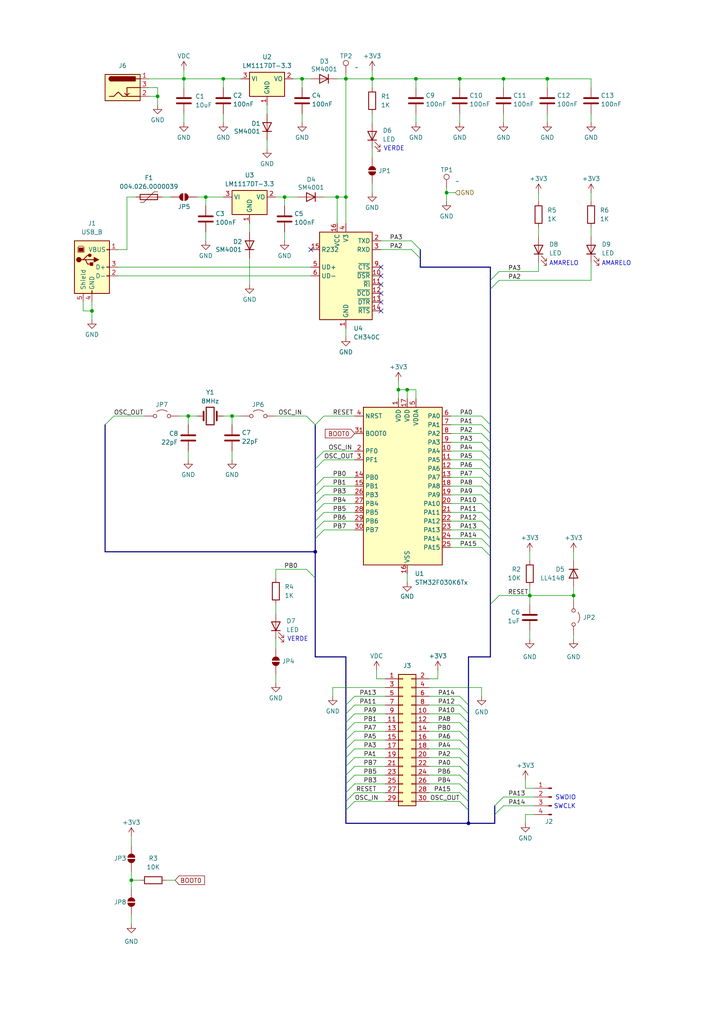
<source format=kicad_sch>
(kicad_sch (version 20231120) (generator "eeschema") (generator_version "8.0")
  (paper "A4" portrait)
  (lib_symbols
    (symbol "Connector:Barrel_Jack_Switch" (pin_names hide)
      (property "Reference" "J" (at 0 5.334 0))
      (property "Value" "Barrel_Jack_Switch" (at 0 -5.08 0))
      (symbol "Barrel_Jack_Switch_1_1"
        (pin passive line (at 7.62 2.54 180) (length 2.54) (name "~") (number "1"))
        (pin passive line (at 7.62 -2.54 180) (length 2.54) (name "~") (number "2"))
        (pin passive line (at 7.62 0 180) (length 2.54) (name "~") (number "3"))
      )
    )
    (symbol "Connector:Conn_01x04_Pin" (pin_names (offset 1.016) hide)
      (property "Reference" "J" (at 0 5.08 0))
      (property "Value" "Conn_01x04_Pin" (at 0 -7.62 0))
      (symbol "Conn_01x04_Pin_1_1"
        (pin passive line (at 5.08 2.54 180) (length 3.81) (name "Pin_1") (number "1"))
        (pin passive line (at 5.08 0 180) (length 3.81) (name "Pin_2") (number "2"))
        (pin passive line (at 5.08 -2.54 180) (length 3.81) (name "Pin_3") (number "3"))
        (pin passive line (at 5.08 -5.08 180) (length 3.81) (name "Pin_4") (number "4"))
      )
    )
    (symbol "Connector:TestPoint" (pin_numbers hide) (pin_names (offset 0.762) hide)
      (property "Reference" "TP" (at 0 6.858 0))
      (property "Value" "TestPoint" (at 0 5.08 0))
      (symbol "TestPoint_1_1"
        (pin passive line (at 0 0 90) (length 2.54) (name "1") (number "1"))
      )
    )
    (symbol "Connector:USB_B" (pin_names (offset 1.016))
      (property "Reference" "J" (at -5.08 11.43 0))
      (property "Value" "USB_B" (at -5.08 8.89 0))
      (symbol "USB_B_1_1"
        (pin power_out line (at 7.62 5.08 180) (length 2.54) (name "VBUS") (number "1"))
        (pin bidirectional line (at 7.62 -2.54 180) (length 2.54) (name "D-") (number "2"))
        (pin bidirectional line (at 7.62 0 180) (length 2.54) (name "D+") (number "3"))
        (pin power_out line (at 0 -10.16 90) (length 2.54) (name "GND") (number "4"))
        (pin passive line (at -2.54 -10.16 90) (length 2.54) (name "Shield") (number "5"))
      )
    )
    (symbol "Connector_Generic:Conn_02x15_Odd_Even" (pin_names (offset 1.016) hide)
      (property "Reference" "J" (at 1.27 20.32 0))
      (property "Value" "Conn_02x15_Odd_Even" (at 1.27 -20.32 0))
      (symbol "Conn_02x15_Odd_Even_1_1"
        (pin passive line (at -5.08 17.78 0) (length 3.81) (name "Pin_1") (number "1"))
        (pin passive line (at 7.62 7.62 180) (length 3.81) (name "Pin_10") (number "10"))
        (pin passive line (at -5.08 5.08 0) (length 3.81) (name "Pin_11") (number "11"))
        (pin passive line (at 7.62 5.08 180) (length 3.81) (name "Pin_12") (number "12"))
        (pin passive line (at -5.08 2.54 0) (length 3.81) (name "Pin_13") (number "13"))
        (pin passive line (at 7.62 2.54 180) (length 3.81) (name "Pin_14") (number "14"))
        (pin passive line (at -5.08 0 0) (length 3.81) (name "Pin_15") (number "15"))
        (pin passive line (at 7.62 0 180) (length 3.81) (name "Pin_16") (number "16"))
        (pin passive line (at -5.08 -2.54 0) (length 3.81) (name "Pin_17") (number "17"))
        (pin passive line (at 7.62 -2.54 180) (length 3.81) (name "Pin_18") (number "18"))
        (pin passive line (at -5.08 -5.08 0) (length 3.81) (name "Pin_19") (number "19"))
        (pin passive line (at 7.62 17.78 180) (length 3.81) (name "Pin_2") (number "2"))
        (pin passive line (at 7.62 -5.08 180) (length 3.81) (name "Pin_20") (number "20"))
        (pin passive line (at -5.08 -7.62 0) (length 3.81) (name "Pin_21") (number "21"))
        (pin passive line (at 7.62 -7.62 180) (length 3.81) (name "Pin_22") (number "22"))
        (pin passive line (at -5.08 -10.16 0) (length 3.81) (name "Pin_23") (number "23"))
        (pin passive line (at 7.62 -10.16 180) (length 3.81) (name "Pin_24") (number "24"))
        (pin passive line (at -5.08 -12.7 0) (length 3.81) (name "Pin_25") (number "25"))
        (pin passive line (at 7.62 -12.7 180) (length 3.81) (name "Pin_26") (number "26"))
        (pin passive line (at -5.08 -15.24 0) (length 3.81) (name "Pin_27") (number "27"))
        (pin passive line (at 7.62 -15.24 180) (length 3.81) (name "Pin_28") (number "28"))
        (pin passive line (at -5.08 -17.78 0) (length 3.81) (name "Pin_29") (number "29"))
        (pin passive line (at -5.08 15.24 0) (length 3.81) (name "Pin_3") (number "3"))
        (pin passive line (at 7.62 -17.78 180) (length 3.81) (name "Pin_30") (number "30"))
        (pin passive line (at 7.62 15.24 180) (length 3.81) (name "Pin_4") (number "4"))
        (pin passive line (at -5.08 12.7 0) (length 3.81) (name "Pin_5") (number "5"))
        (pin passive line (at 7.62 12.7 180) (length 3.81) (name "Pin_6") (number "6"))
        (pin passive line (at -5.08 10.16 0) (length 3.81) (name "Pin_7") (number "7"))
        (pin passive line (at 7.62 10.16 180) (length 3.81) (name "Pin_8") (number "8"))
        (pin passive line (at -5.08 7.62 0) (length 3.81) (name "Pin_9") (number "9"))
      )
    )
    (symbol "Device:C" (pin_numbers hide) (pin_names (offset 0.254))
      (property "Reference" "C" (at 0.635 2.54 0))
      (property "Value" "C" (at 0.635 -2.54 0))
      (symbol "C_1_1"
        (pin passive line (at 0 3.81 270) (length 2.794) (name "~") (number "1"))
        (pin passive line (at 0 -3.81 90) (length 2.794) (name "~") (number "2"))
      )
    )
    (symbol "Device:Crystal" (pin_numbers hide) (pin_names (offset 1.016) hide)
      (property "Reference" "Y" (at 0 3.81 0))
      (property "Value" "Crystal" (at 0 -3.81 0))
      (symbol "Crystal_1_1"
        (pin passive line (at -3.81 0 0) (length 1.27) (name "1") (number "1"))
        (pin passive line (at 3.81 0 180) (length 1.27) (name "2") (number "2"))
      )
    )
    (symbol "Device:LED" (pin_numbers hide) (pin_names (offset 1.016) hide)
      (property "Reference" "D" (at 0 2.54 0))
      (property "Value" "LED" (at 0 -2.54 0))
      (symbol "LED_1_1"
        (pin passive line (at -3.81 0 0) (length 2.54) (name "K") (number "1"))
        (pin passive line (at 3.81 0 180) (length 2.54) (name "A") (number "2"))
      )
    )
    (symbol "Device:Polyfuse" (pin_numbers hide) (pin_names (offset 0))
      (property "Reference" "F" (at -2.54 0 90))
      (property "Value" "Polyfuse" (at 2.54 0 90))
      (symbol "Polyfuse_1_1"
        (pin passive line (at 0 3.81 270) (length 1.27) (name "~") (number "1"))
        (pin passive line (at 0 -3.81 90) (length 1.27) (name "~") (number "2"))
      )
    )
    (symbol "Device:R" (pin_numbers hide) (pin_names (offset 0))
      (property "Reference" "R" (at 2.032 0 90))
      (property "Value" "R" (at 0 0 90))
      (symbol "R_1_1"
        (pin passive line (at 0 3.81 270) (length 1.27) (name "~") (number "1"))
        (pin passive line (at 0 -3.81 90) (length 1.27) (name "~") (number "2"))
      )
    )
    (symbol "Diode:LL4148" (pin_numbers hide) (pin_names hide)
      (property "Reference" "D" (at 0 2.54 0))
      (property "Value" "LL4148" (at 0 -2.54 0))
      (symbol "LL4148_1_1"
        (pin passive line (at -3.81 0 0) (length 2.54) (name "K") (number "1"))
        (pin passive line (at 3.81 0 180) (length 2.54) (name "A") (number "2"))
      )
    )
    (symbol "Diode:SM4001" (pin_numbers hide) (pin_names hide)
      (property "Reference" "D" (at 0 2.54 0))
      (property "Value" "SM4001" (at 0 -2.54 0))
      (symbol "SM4001_1_1"
        (pin passive line (at -3.81 0 0) (length 2.54) (name "K") (number "1"))
        (pin passive line (at 3.81 0 180) (length 2.54) (name "A") (number "2"))
      )
    )
    (symbol "Interface_USB:CH340C"
      (property "Reference" "U" (at -5.08 13.97 0))
      (property "Value" "CH340C" (at 1.27 13.97 0))
      (symbol "CH340C_1_1"
        (pin power_in line (at 0 -15.24 90) (length 2.54) (name "GND") (number "1"))
        (pin input line (at 10.16 0 180) (length 2.54) (name "~{DSR}") (number "10"))
        (pin input line (at 10.16 -2.54 180) (length 2.54) (name "~{RI}") (number "11"))
        (pin input line (at 10.16 -5.08 180) (length 2.54) (name "~{DCD}") (number "12"))
        (pin output line (at 10.16 -7.62 180) (length 2.54) (name "~{DTR}") (number "13"))
        (pin output line (at 10.16 -10.16 180) (length 2.54) (name "~{RTS}") (number "14"))
        (pin input line (at -10.16 7.62 0) (length 2.54) (name "R232") (number "15"))
        (pin power_in line (at -2.54 15.24 270) (length 2.54) (name "VCC") (number "16"))
        (pin output line (at 10.16 10.16 180) (length 2.54) (name "TXD") (number "2"))
        (pin input line (at 10.16 7.62 180) (length 2.54) (name "RXD") (number "3"))
        (pin power_out line (at 0 15.24 270) (length 2.54) (name "V3") (number "4"))
        (pin bidirectional line (at -10.16 2.54 0) (length 2.54) (name "UD+") (number "5"))
        (pin bidirectional line (at -10.16 0 0) (length 2.54) (name "UD-") (number "6"))
        (pin no_connect line (at -7.62 -5.08 0) (length 2.54) hide (name "NC") (number "7"))
        (pin no_connect line (at -7.62 -7.62 0) (length 2.54) hide (name "NC") (number "8"))
        (pin input line (at 10.16 2.54 180) (length 2.54) (name "~{CTS}") (number "9"))
      )
    )
    (symbol "Jumper:Jumper_2_Open" (pin_numbers hide) (pin_names (offset 0) hide) (exclude_from_sim yes)
      (property "Reference" "JP" (at 0 2.794 0))
      (property "Value" "Jumper_2_Open" (at 0 -2.286 0))
      (symbol "Jumper_2_Open_1_1"
        (pin passive line (at -5.08 0 0) (length 2.54) (name "A") (number "1"))
        (pin passive line (at 5.08 0 180) (length 2.54) (name "B") (number "2"))
      )
    )
    (symbol "Jumper:SolderJumper_2_Open" (pin_numbers hide) (pin_names (offset 0) hide) (exclude_from_sim yes) (in_bom no)
      (property "Reference" "JP" (at 0 2.032 0))
      (property "Value" "SolderJumper_2_Open" (at 0 -2.54 0))
      (symbol "SolderJumper_2_Open_1_1"
        (pin passive line (at -3.81 0 0) (length 2.54) (name "A") (number "1"))
        (pin passive line (at 3.81 0 180) (length 2.54) (name "B") (number "2"))
      )
    )
    (symbol "MCU_ST_STM32F0:STM32F030K6Tx"
      (property "Reference" "U" (at -10.16 24.13 0))
      (property "Value" "STM32F030K6Tx" (at 7.62 24.13 0))
      (symbol "STM32F030K6Tx_1_1"
        (pin power_in line (at 0 25.4 270) (length 2.54) (name "VDD") (number "1"))
        (pin bidirectional line (at 15.24 10.16 180) (length 2.54) (name "PA4") (number "10"))
        (pin bidirectional line (at 15.24 7.62 180) (length 2.54) (name "PA5") (number "11"))
        (pin bidirectional line (at 15.24 5.08 180) (length 2.54) (name "PA6") (number "12"))
        (pin bidirectional line (at 15.24 2.54 180) (length 2.54) (name "PA7") (number "13"))
        (pin bidirectional line (at -12.7 2.54 0) (length 2.54) (name "PB0") (number "14"))
        (pin bidirectional line (at -12.7 0 0) (length 2.54) (name "PB1") (number "15"))
        (pin power_in line (at 2.54 -25.4 90) (length 2.54) (name "VSS") (number "16"))
        (pin power_in line (at 2.54 25.4 270) (length 2.54) (name "VDD") (number "17"))
        (pin bidirectional line (at 15.24 0 180) (length 2.54) (name "PA8") (number "18"))
        (pin bidirectional line (at 15.24 -2.54 180) (length 2.54) (name "PA9") (number "19"))
        (pin bidirectional line (at -12.7 10.16 0) (length 2.54) (name "PF0") (number "2"))
        (pin bidirectional line (at 15.24 -5.08 180) (length 2.54) (name "PA10") (number "20"))
        (pin bidirectional line (at 15.24 -7.62 180) (length 2.54) (name "PA11") (number "21"))
        (pin bidirectional line (at 15.24 -10.16 180) (length 2.54) (name "PA12") (number "22"))
        (pin bidirectional line (at 15.24 -12.7 180) (length 2.54) (name "PA13") (number "23"))
        (pin bidirectional line (at 15.24 -15.24 180) (length 2.54) (name "PA14") (number "24"))
        (pin bidirectional line (at 15.24 -17.78 180) (length 2.54) (name "PA15") (number "25"))
        (pin bidirectional line (at -12.7 -2.54 0) (length 2.54) (name "PB3") (number "26"))
        (pin bidirectional line (at -12.7 -5.08 0) (length 2.54) (name "PB4") (number "27"))
        (pin bidirectional line (at -12.7 -7.62 0) (length 2.54) (name "PB5") (number "28"))
        (pin bidirectional line (at -12.7 -10.16 0) (length 2.54) (name "PB6") (number "29"))
        (pin bidirectional line (at -12.7 7.62 0) (length 2.54) (name "PF1") (number "3"))
        (pin bidirectional line (at -12.7 -12.7 0) (length 2.54) (name "PB7") (number "30"))
        (pin input line (at -12.7 15.24 0) (length 2.54) (name "BOOT0") (number "31"))
        (pin passive line (at 2.54 -25.4 90) (length 2.54) hide (name "VSS") (number "32"))
        (pin input line (at -12.7 20.32 0) (length 2.54) (name "NRST") (number "4"))
        (pin power_in line (at 5.08 25.4 270) (length 2.54) (name "VDDA") (number "5"))
        (pin bidirectional line (at 15.24 20.32 180) (length 2.54) (name "PA0") (number "6"))
        (pin bidirectional line (at 15.24 17.78 180) (length 2.54) (name "PA1") (number "7"))
        (pin bidirectional line (at 15.24 15.24 180) (length 2.54) (name "PA2") (number "8"))
        (pin bidirectional line (at 15.24 12.7 180) (length 2.54) (name "PA3") (number "9"))
      )
    )
    (symbol "Regulator_Linear:LM1117DT-3.3"
      (property "Reference" "U" (at -3.81 3.175 0))
      (property "Value" "LM1117DT-3.3" (at 0 3.175 0))
      (symbol "LM1117DT-3.3_1_1"
        (pin power_in line (at 0 -7.62 90) (length 2.54) (name "GND") (number "1"))
        (pin power_out line (at 7.62 0 180) (length 2.54) (name "VO") (number "2"))
        (pin power_in line (at -7.62 0 0) (length 2.54) (name "VI") (number "3"))
      )
    )
    (symbol "power:+3V3" (power) (pin_numbers hide) (pin_names (offset 0) hide)
      (property "Value" "+3V3" (at 0 3.556 0))
      (symbol "+3V3_1_1"
        (pin power_in line (at 0 0 90) (length 0) (name "~") (number "1"))
      )
    )
    (symbol "power:GND" (power) (pin_numbers hide) (pin_names (offset 0) hide)
      (property "Value" "GND" (at 0 -3.81 0))
      (symbol "GND_1_1"
        (pin power_in line (at 0 0 270) (length 0) (name "~") (number "1"))
      )
    )
    (symbol "power:VDC" (power) (pin_numbers hide) (pin_names (offset 0) hide)
      (property "Value" "VDC" (at 0 3.556 0))
      (symbol "VDC_1_1"
        (pin power_in line (at 0 0 90) (length 0) (name "~") (number "1"))
      )
    )
  )
  (junction (at 129.54 55.88))
  (junction (at 118.11 113.03))
  (junction (at 158.75 22.86))
  (junction (at 54.61 120.65))
  (junction (at 115.57 113.03))
  (junction (at 45.72 27.94))
  (junction (at 153.67 172.72))
  (junction (at 107.95 22.86))
  (junction (at 100.33 57.15))
  (junction (at 87.63 22.86))
  (junction (at 82.55 57.15))
  (junction (at 166.37 172.72))
  (junction (at 120.65 22.86))
  (junction (at 53.34 22.86))
  (junction (at 133.35 22.86))
  (junction (at 91.44 160.02))
  (junction (at 59.69 57.15))
  (junction (at 97.79 57.15))
  (junction (at 100.33 22.86))
  (junction (at 26.67 90.17))
  (junction (at 135.89 238.76))
  (junction (at 146.05 22.86))
  (junction (at 38.1 255.27))
  (junction (at 67.31 120.65))
  (junction (at 64.77 22.86))
  (no_connect (at 110.49 90.17))
  (no_connect (at 110.49 85.09))
  (no_connect (at 110.49 87.63))
  (no_connect (at 110.49 82.55))
  (no_connect (at 90.17 72.39))
  (no_connect (at 110.49 77.47))
  (no_connect (at 110.49 80.01))
  (bus_entry (at 91.44 148.59) (size 2.54 -2.54))
  (bus_entry (at 139.7 140.97) (size 2.54 2.54))
  (bus_entry (at 139.7 143.51) (size 2.54 2.54))
  (bus_entry (at 102.87 201.93) (size -2.54 2.54))
  (bus_entry (at 91.44 146.05) (size 2.54 -2.54))
  (bus_entry (at 100.33 227.33) (size 2.54 -2.54))
  (bus_entry (at 102.87 219.71) (size -2.54 2.54))
  (bus_entry (at 139.7 120.65) (size 2.54 2.54))
  (bus_entry (at 91.44 151.13) (size 2.54 -2.54))
  (bus_entry (at 91.44 153.67) (size 2.54 -2.54))
  (bus_entry (at 139.7 133.35) (size 2.54 2.54))
  (bus_entry (at 119.38 72.39) (size 2.54 2.54))
  (bus_entry (at 139.7 153.67) (size 2.54 2.54))
  (bus_entry (at 91.44 167.64) (size -2.54 -2.54))
  (bus_entry (at 91.44 123.19) (size -2.54 -2.54))
  (bus_entry (at 100.33 234.95) (size 2.54 -2.54))
  (bus_entry (at 133.35 222.25) (size 2.54 2.54))
  (bus_entry (at 102.87 214.63) (size -2.54 2.54))
  (bus_entry (at 139.7 135.89) (size 2.54 2.54))
  (bus_entry (at 133.35 209.55) (size 2.54 2.54))
  (bus_entry (at 102.87 217.17) (size -2.54 2.54))
  (bus_entry (at 135.89 232.41) (size -2.54 -2.54))
  (bus_entry (at 139.7 128.27) (size 2.54 2.54))
  (bus_entry (at 142.24 175.26) (size 2.54 -2.54))
  (bus_entry (at 133.35 217.17) (size 2.54 2.54))
  (bus_entry (at 91.44 156.21) (size 2.54 -2.54))
  (bus_entry (at 135.89 214.63) (size -2.54 -2.54))
  (bus_entry (at 146.05 233.68) (size -2.54 2.54))
  (bus_entry (at 135.89 227.33) (size -2.54 -2.54))
  (bus_entry (at 100.33 212.09) (size 2.54 -2.54))
  (bus_entry (at 100.33 224.79) (size 2.54 -2.54))
  (bus_entry (at 119.38 69.85) (size 2.54 2.54))
  (bus_entry (at 139.7 123.19) (size 2.54 2.54))
  (bus_entry (at 139.7 130.81) (size 2.54 2.54))
  (bus_entry (at 133.35 219.71) (size 2.54 2.54))
  (bus_entry (at 135.89 229.87) (size -2.54 -2.54))
  (bus_entry (at 102.87 229.87) (size -2.54 2.54))
  (bus_entry (at 135.89 234.95) (size -2.54 -2.54))
  (bus_entry (at 139.7 151.13) (size 2.54 2.54))
  (bus_entry (at 30.48 123.19) (size 2.54 -2.54))
  (bus_entry (at 144.78 78.74) (size -2.54 2.54))
  (bus_entry (at 91.44 123.19) (size 2.54 -2.54))
  (bus_entry (at 139.7 146.05) (size 2.54 2.54))
  (bus_entry (at 139.7 148.59) (size 2.54 2.54))
  (bus_entry (at 102.87 207.01) (size -2.54 2.54))
  (bus_entry (at 133.35 204.47) (size 2.54 2.54))
  (bus_entry (at 139.7 158.75) (size 2.54 2.54))
  (bus_entry (at 91.44 135.89) (size 2.54 -2.54))
  (bus_entry (at 144.78 81.28) (size -2.54 2.54))
  (bus_entry (at 139.7 125.73) (size 2.54 2.54))
  (bus_entry (at 100.33 229.87) (size 2.54 -2.54))
  (bus_entry (at 91.44 133.35) (size 2.54 -2.54))
  (bus_entry (at 146.05 231.14) (size -2.54 2.54))
  (bus_entry (at 139.7 138.43) (size 2.54 2.54))
  (bus_entry (at 133.35 214.63) (size 2.54 2.54))
  (bus_entry (at 102.87 204.47) (size -2.54 2.54))
  (bus_entry (at 91.44 140.97) (size 2.54 -2.54))
  (bus_entry (at 102.87 212.09) (size -2.54 2.54))
  (bus_entry (at 139.7 156.21) (size 2.54 2.54))
  (bus_entry (at 91.44 143.51) (size 2.54 -2.54))
  (bus_entry (at 133.35 201.93) (size 2.54 2.54))
  (bus_entry (at 133.35 207.01) (size 2.54 2.54))
  (wire (pts (xy 111.76 196.85) (xy 109.22 196.85)))
  (wire (pts (xy 82.55 57.15) (xy 86.36 57.15)))
  (bus (pts (xy 135.89 234.95) (xy 135.89 238.76)))
  (bus (pts (xy 100.33 232.41) (xy 100.33 234.95)))
  (bus (pts (xy 142.24 135.89) (xy 142.24 133.35)))
  (wire (pts (xy 144.78 78.74) (xy 156.21 78.74)))
  (wire (pts (xy 118.11 113.03) (xy 115.57 113.03)))
  (wire (pts (xy 102.87 222.25) (xy 111.76 222.25)))
  (wire (pts (xy 34.29 77.47) (xy 90.17 77.47)))
  (wire (pts (xy 80.01 57.15) (xy 82.55 57.15)))
  (bus (pts (xy 91.44 133.35) (xy 91.44 135.89)))
  (bus (pts (xy 142.24 83.82) (xy 142.24 123.19)))
  (wire (pts (xy 133.35 25.4) (xy 133.35 22.86)))
  (bus (pts (xy 142.24 148.59) (xy 142.24 146.05)))
  (wire (pts (xy 139.7 199.39) (xy 124.46 199.39)))
  (wire (pts (xy 77.47 40.64) (xy 77.47 43.18)))
  (wire (pts (xy 88.9 120.65) (xy 80.01 120.65)))
  (wire (pts (xy 64.77 25.4) (xy 64.77 22.86)))
  (wire (pts (xy 110.49 72.39) (xy 119.38 72.39)))
  (wire (pts (xy 118.11 113.03) (xy 120.65 113.03)))
  (wire (pts (xy 111.76 204.47) (xy 102.87 204.47)))
  (wire (pts (xy 124.46 196.85) (xy 127 196.85)))
  (wire (pts (xy 144.78 81.28) (xy 171.45 81.28)))
  (bus (pts (xy 135.89 190.5) (xy 135.89 204.47)))
  (wire (pts (xy 67.31 130.81) (xy 67.31 133.35)))
  (wire (pts (xy 130.81 138.43) (xy 139.7 138.43)))
  (wire (pts (xy 130.81 133.35) (xy 139.7 133.35)))
  (bus (pts (xy 142.24 156.21) (xy 142.24 153.67)))
  (wire (pts (xy 133.35 227.33) (xy 124.46 227.33)))
  (wire (pts (xy 43.18 25.4) (xy 45.72 25.4)))
  (wire (pts (xy 24.13 87.63) (xy 24.13 90.17)))
  (wire (pts (xy 24.13 90.17) (xy 26.67 90.17)))
  (wire (pts (xy 26.67 87.63) (xy 26.67 90.17)))
  (bus (pts (xy 121.92 72.39) (xy 121.92 74.93)))
  (bus (pts (xy 142.24 161.29) (xy 142.24 158.75)))
  (wire (pts (xy 46.99 57.15) (xy 49.53 57.15)))
  (wire (pts (xy 120.65 25.4) (xy 120.65 22.86)))
  (bus (pts (xy 135.89 238.76) (xy 143.51 238.76)))
  (wire (pts (xy 107.95 33.02) (xy 107.95 35.56)))
  (bus (pts (xy 135.89 207.01) (xy 135.89 209.55)))
  (bus (pts (xy 142.24 138.43) (xy 142.24 135.89)))
  (wire (pts (xy 34.29 80.01) (xy 90.17 80.01)))
  (wire (pts (xy 111.76 229.87) (xy 102.87 229.87)))
  (bus (pts (xy 100.33 190.5) (xy 100.33 204.47)))
  (wire (pts (xy 111.76 207.01) (xy 102.87 207.01)))
  (wire (pts (xy 107.95 22.86) (xy 107.95 20.32)))
  (wire (pts (xy 93.98 138.43) (xy 102.87 138.43)))
  (bus (pts (xy 91.44 146.05) (xy 91.44 148.59)))
  (bus (pts (xy 100.33 207.01) (xy 100.33 209.55)))
  (wire (pts (xy 166.37 172.72) (xy 166.37 173.99)))
  (wire (pts (xy 80.01 185.42) (xy 80.01 187.96)))
  (bus (pts (xy 100.33 212.09) (xy 100.33 214.63)))
  (wire (pts (xy 53.34 25.4) (xy 53.34 22.86)))
  (wire (pts (xy 107.95 22.86) (xy 100.33 22.86)))
  (bus (pts (xy 91.44 151.13) (xy 91.44 153.67)))
  (bus (pts (xy 135.89 222.25) (xy 135.89 224.79)))
  (bus (pts (xy 142.24 151.13) (xy 142.24 148.59)))
  (wire (pts (xy 82.55 59.69) (xy 82.55 57.15)))
  (wire (pts (xy 96.52 201.93) (xy 96.52 199.39)))
  (wire (pts (xy 152.4 236.22) (xy 152.4 238.76)))
  (wire (pts (xy 166.37 172.72) (xy 153.67 172.72)))
  (wire (pts (xy 100.33 21.59) (xy 100.33 22.86)))
  (wire (pts (xy 93.98 133.35) (xy 102.87 133.35)))
  (wire (pts (xy 57.15 57.15) (xy 59.69 57.15)))
  (wire (pts (xy 107.95 53.34) (xy 107.95 55.88)))
  (wire (pts (xy 171.45 66.04) (xy 171.45 68.58)))
  (wire (pts (xy 107.95 22.86) (xy 107.95 25.4)))
  (wire (pts (xy 158.75 25.4) (xy 158.75 22.86)))
  (wire (pts (xy 102.87 224.79) (xy 111.76 224.79)))
  (wire (pts (xy 100.33 22.86) (xy 100.33 57.15)))
  (bus (pts (xy 142.24 133.35) (xy 142.24 130.81)))
  (bus (pts (xy 100.33 190.5) (xy 91.44 190.5)))
  (wire (pts (xy 26.67 90.17) (xy 26.67 92.71)))
  (wire (pts (xy 96.52 199.39) (xy 111.76 199.39)))
  (wire (pts (xy 130.81 158.75) (xy 139.7 158.75)))
  (wire (pts (xy 146.05 33.02) (xy 146.05 35.56)))
  (wire (pts (xy 64.77 33.02) (xy 64.77 35.56)))
  (bus (pts (xy 100.33 227.33) (xy 100.33 229.87)))
  (wire (pts (xy 153.67 160.02) (xy 153.67 162.56)))
  (bus (pts (xy 100.33 204.47) (xy 100.33 207.01)))
  (bus (pts (xy 135.89 204.47) (xy 135.89 207.01)))
  (bus (pts (xy 100.33 229.87) (xy 100.33 232.41)))
  (bus (pts (xy 100.33 234.95) (xy 100.33 238.76)))
  (wire (pts (xy 38.1 255.27) (xy 38.1 257.81)))
  (wire (pts (xy 93.98 130.81) (xy 102.87 130.81)))
  (bus (pts (xy 143.51 236.22) (xy 143.51 238.76)))
  (bus (pts (xy 91.44 190.5) (xy 91.44 167.64)))
  (wire (pts (xy 120.65 22.86) (xy 133.35 22.86)))
  (wire (pts (xy 107.95 43.18) (xy 107.95 45.72)))
  (wire (pts (xy 36.83 72.39) (xy 36.83 57.15)))
  (wire (pts (xy 54.61 130.81) (xy 54.61 133.35)))
  (wire (pts (xy 130.81 148.59) (xy 139.7 148.59)))
  (wire (pts (xy 54.61 120.65) (xy 57.15 120.65)))
  (wire (pts (xy 118.11 166.37) (xy 118.11 168.91)))
  (wire (pts (xy 154.94 236.22) (xy 152.4 236.22)))
  (bus (pts (xy 142.24 146.05) (xy 142.24 143.51)))
  (bus (pts (xy 100.33 219.71) (xy 100.33 222.25)))
  (bus (pts (xy 135.89 217.17) (xy 135.89 219.71)))
  (wire (pts (xy 129.54 58.42) (xy 129.54 55.88)))
  (wire (pts (xy 130.81 146.05) (xy 139.7 146.05)))
  (wire (pts (xy 85.09 22.86) (xy 87.63 22.86)))
  (wire (pts (xy 158.75 22.86) (xy 171.45 22.86)))
  (wire (pts (xy 87.63 33.02) (xy 87.63 35.56)))
  (wire (pts (xy 133.35 229.87) (xy 124.46 229.87)))
  (wire (pts (xy 130.81 156.21) (xy 139.7 156.21)))
  (wire (pts (xy 146.05 25.4) (xy 146.05 22.86)))
  (bus (pts (xy 91.44 160.02) (xy 91.44 167.64)))
  (wire (pts (xy 133.35 22.86) (xy 146.05 22.86)))
  (wire (pts (xy 133.35 33.02) (xy 133.35 35.56)))
  (bus (pts (xy 100.33 222.25) (xy 100.33 224.79)))
  (wire (pts (xy 130.81 143.51) (xy 139.7 143.51)))
  (wire (pts (xy 154.94 228.6) (xy 152.4 228.6)))
  (wire (pts (xy 120.65 33.02) (xy 120.65 35.56)))
  (bus (pts (xy 91.44 148.59) (xy 91.44 151.13)))
  (wire (pts (xy 166.37 170.18) (xy 166.37 172.72)))
  (wire (pts (xy 93.98 146.05) (xy 102.87 146.05)))
  (wire (pts (xy 100.33 95.25) (xy 100.33 97.79)))
  (wire (pts (xy 156.21 66.04) (xy 156.21 68.58)))
  (wire (pts (xy 130.81 123.19) (xy 139.7 123.19)))
  (bus (pts (xy 91.44 123.19) (xy 91.44 133.35)))
  (bus (pts (xy 142.24 140.97) (xy 142.24 138.43)))
  (bus (pts (xy 142.24 81.28) (xy 142.24 77.47)))
  (wire (pts (xy 52.07 120.65) (xy 54.61 120.65)))
  (wire (pts (xy 124.46 201.93) (xy 133.35 201.93)))
  (bus (pts (xy 143.51 233.68) (xy 143.51 236.22)))
  (wire (pts (xy 130.81 151.13) (xy 139.7 151.13)))
  (wire (pts (xy 171.45 55.88) (xy 171.45 58.42)))
  (wire (pts (xy 124.46 207.01) (xy 133.35 207.01)))
  (bus (pts (xy 30.48 123.19) (xy 30.48 160.02)))
  (bus (pts (xy 91.44 140.97) (xy 91.44 143.51)))
  (wire (pts (xy 124.46 204.47) (xy 133.35 204.47)))
  (wire (pts (xy 80.01 165.1) (xy 80.01 167.64)))
  (wire (pts (xy 72.39 74.93) (xy 72.39 82.55)))
  (bus (pts (xy 142.24 128.27) (xy 142.24 125.73)))
  (bus (pts (xy 121.92 74.93) (xy 121.92 77.47)))
  (wire (pts (xy 33.02 120.65) (xy 41.91 120.65)))
  (wire (pts (xy 45.72 25.4) (xy 45.72 27.94)))
  (wire (pts (xy 130.81 128.27) (xy 139.7 128.27)))
  (wire (pts (xy 72.39 64.77) (xy 72.39 67.31)))
  (wire (pts (xy 153.67 172.72) (xy 153.67 170.18)))
  (wire (pts (xy 77.47 30.48) (xy 77.47 33.02)))
  (bus (pts (xy 30.48 160.02) (xy 91.44 160.02)))
  (wire (pts (xy 43.18 27.94) (xy 45.72 27.94)))
  (wire (pts (xy 130.81 135.89) (xy 139.7 135.89)))
  (wire (pts (xy 82.55 67.31) (xy 82.55 69.85)))
  (wire (pts (xy 144.78 172.72) (xy 153.67 172.72)))
  (wire (pts (xy 156.21 55.88) (xy 156.21 58.42)))
  (wire (pts (xy 102.87 209.55) (xy 111.76 209.55)))
  (bus (pts (xy 91.44 135.89) (xy 91.44 140.97)))
  (wire (pts (xy 97.79 57.15) (xy 100.33 57.15)))
  (bus (pts (xy 135.89 232.41) (xy 135.89 234.95)))
  (wire (pts (xy 97.79 64.77) (xy 97.79 57.15)))
  (wire (pts (xy 38.1 252.73) (xy 38.1 255.27)))
  (wire (pts (xy 115.57 113.03) (xy 115.57 115.57)))
  (wire (pts (xy 43.18 22.86) (xy 53.34 22.86)))
  (wire (pts (xy 111.76 201.93) (xy 102.87 201.93)))
  (wire (pts (xy 67.31 123.19) (xy 67.31 120.65)))
  (bus (pts (xy 135.89 209.55) (xy 135.89 212.09)))
  (wire (pts (xy 93.98 148.59) (xy 102.87 148.59)))
  (bus (pts (xy 142.24 190.5) (xy 142.24 175.26)))
  (bus (pts (xy 142.24 125.73) (xy 142.24 123.19)))
  (wire (pts (xy 133.35 232.41) (xy 124.46 232.41)))
  (wire (pts (xy 93.98 57.15) (xy 97.79 57.15)))
  (wire (pts (xy 45.72 27.94) (xy 45.72 30.48)))
  (wire (pts (xy 166.37 160.02) (xy 166.37 162.56)))
  (wire (pts (xy 88.9 165.1) (xy 80.01 165.1)))
  (wire (pts (xy 87.63 25.4) (xy 87.63 22.86)))
  (wire (pts (xy 154.94 231.14) (xy 146.05 231.14)))
  (wire (pts (xy 127 196.85) (xy 127 194.31)))
  (wire (pts (xy 93.98 153.67) (xy 102.87 153.67)))
  (bus (pts (xy 135.89 214.63) (xy 135.89 217.17)))
  (wire (pts (xy 67.31 120.65) (xy 69.85 120.65)))
  (wire (pts (xy 152.4 228.6) (xy 152.4 226.06)))
  (wire (pts (xy 120.65 113.03) (xy 120.65 115.57)))
  (wire (pts (xy 80.01 195.58) (xy 80.01 198.12)))
  (wire (pts (xy 53.34 33.02) (xy 53.34 35.56)))
  (wire (pts (xy 93.98 140.97) (xy 102.87 140.97)))
  (bus (pts (xy 142.24 161.29) (xy 142.24 175.26)))
  (wire (pts (xy 54.61 123.19) (xy 54.61 120.65)))
  (wire (pts (xy 124.46 219.71) (xy 133.35 219.71)))
  (bus (pts (xy 135.89 227.33) (xy 135.89 229.87)))
  (wire (pts (xy 36.83 57.15) (xy 39.37 57.15)))
  (wire (pts (xy 107.95 22.86) (xy 120.65 22.86)))
  (wire (pts (xy 53.34 20.32) (xy 53.34 22.86)))
  (bus (pts (xy 142.24 153.67) (xy 142.24 151.13)))
  (wire (pts (xy 153.67 182.88) (xy 153.67 185.42)))
  (bus (pts (xy 91.44 143.51) (xy 91.44 146.05)))
  (wire (pts (xy 111.76 219.71) (xy 102.87 219.71)))
  (bus (pts (xy 135.89 238.76) (xy 100.33 238.76)))
  (wire (pts (xy 59.69 67.31) (xy 59.69 69.85)))
  (bus (pts (xy 142.24 158.75) (xy 142.24 156.21)))
  (wire (pts (xy 124.46 222.25) (xy 133.35 222.25)))
  (wire (pts (xy 34.29 72.39) (xy 36.83 72.39)))
  (bus (pts (xy 91.44 156.21) (xy 91.44 160.02)))
  (wire (pts (xy 158.75 33.02) (xy 158.75 35.56)))
  (wire (pts (xy 93.98 120.65) (xy 102.87 120.65)))
  (wire (pts (xy 153.67 172.72) (xy 153.67 175.26)))
  (bus (pts (xy 142.24 77.47) (xy 121.92 77.47)))
  (bus (pts (xy 142.24 130.81) (xy 142.24 128.27)))
  (bus (pts (xy 142.24 143.51) (xy 142.24 140.97)))
  (wire (pts (xy 146.05 22.86) (xy 158.75 22.86)))
  (wire (pts (xy 80.01 175.26) (xy 80.01 177.8)))
  (bus (pts (xy 135.89 224.79) (xy 135.89 227.33)))
  (wire (pts (xy 97.79 22.86) (xy 100.33 22.86)))
  (wire (pts (xy 124.46 209.55) (xy 133.35 209.55)))
  (wire (pts (xy 100.33 57.15) (xy 100.33 64.77)))
  (wire (pts (xy 118.11 115.57) (xy 118.11 113.03)))
  (wire (pts (xy 59.69 59.69) (xy 59.69 57.15)))
  (wire (pts (xy 110.49 69.85) (xy 119.38 69.85)))
  (bus (pts (xy 135.89 190.5) (xy 142.24 190.5)))
  (wire (pts (xy 130.81 125.73) (xy 139.7 125.73)))
  (wire (pts (xy 102.87 227.33) (xy 111.76 227.33)))
  (wire (pts (xy 166.37 184.15) (xy 166.37 185.42)))
  (bus (pts (xy 100.33 224.79) (xy 100.33 227.33)))
  (wire (pts (xy 156.21 76.2) (xy 156.21 78.74)))
  (wire (pts (xy 171.45 25.4) (xy 171.45 22.86)))
  (wire (pts (xy 130.81 120.65) (xy 139.7 120.65)))
  (wire (pts (xy 139.7 201.93) (xy 139.7 199.39)))
  (bus (pts (xy 100.33 209.55) (xy 100.33 212.09)))
  (bus (pts (xy 135.89 212.09) (xy 135.89 214.63)))
  (bus (pts (xy 135.89 229.87) (xy 135.89 232.41)))
  (wire (pts (xy 130.81 153.67) (xy 139.7 153.67)))
  (wire (pts (xy 109.22 196.85) (xy 109.22 194.31)))
  (wire (pts (xy 93.98 151.13) (xy 102.87 151.13)))
  (wire (pts (xy 64.77 120.65) (xy 67.31 120.65)))
  (wire (pts (xy 111.76 214.63) (xy 102.87 214.63)))
  (wire (pts (xy 115.57 110.49) (xy 115.57 113.03)))
  (bus (pts (xy 135.89 219.71) (xy 135.89 222.25)))
  (wire (pts (xy 130.81 130.81) (xy 139.7 130.81)))
  (wire (pts (xy 111.76 212.09) (xy 102.87 212.09)))
  (wire (pts (xy 133.35 224.79) (xy 124.46 224.79)))
  (wire (pts (xy 111.76 217.17) (xy 102.87 217.17)))
  (wire (pts (xy 38.1 265.43) (xy 38.1 267.97)))
  (wire (pts (xy 111.76 232.41) (xy 102.87 232.41)))
  (wire (pts (xy 171.45 81.28) (xy 171.45 76.2)))
  (wire (pts (xy 53.34 22.86) (xy 64.77 22.86)))
  (wire (pts (xy 48.26 255.27) (xy 50.8 255.27)))
  (wire (pts (xy 129.54 55.88) (xy 129.54 54.61)))
  (wire (pts (xy 64.77 22.86) (xy 69.85 22.86)))
  (wire (pts (xy 171.45 33.02) (xy 171.45 35.56)))
  (wire (pts (xy 124.46 217.17) (xy 133.35 217.17)))
  (wire (pts (xy 133.35 212.09) (xy 124.46 212.09)))
  (wire (pts (xy 38.1 255.27) (xy 40.64 255.27)))
  (bus (pts (xy 100.33 217.17) (xy 100.33 219.71)))
  (wire (pts (xy 59.69 57.15) (xy 64.77 57.15)))
  (wire (pts (xy 130.81 140.97) (xy 139.7 140.97)))
  (wire (pts (xy 87.63 22.86) (xy 90.17 22.86)))
  (bus (pts (xy 91.44 153.67) (xy 91.44 156.21)))
  (wire (pts (xy 38.1 242.57) (xy 38.1 245.11)))
  (wire (pts (xy 129.54 55.88) (xy 132.08 55.88)))
  (bus (pts (xy 142.24 83.82) (xy 142.24 81.28)))
  (wire (pts (xy 93.98 143.51) (xy 102.87 143.51)))
  (bus (pts (xy 100.33 214.63) (xy 100.33 217.17)))
  (wire (pts (xy 154.94 233.68) (xy 146.05 233.68)))
  (wire (pts (xy 124.46 214.63) (xy 133.35 214.63)))
  (text "SWCLK" (at 163.83 233.934 0) (effects (font (size 1.27 1.27))))
  (text "AMARELO" (at 163.576 76.454 0) (effects (font (size 1.27 1.27))))
  (text "AMARELO" (at 178.816 76.454 0) (effects (font (size 1.27 1.27))))
  (text "VERDE" (at 86.36 185.42 0) (effects (font (size 1.27 1.27))))
  (text "VERDE" (at 114.3 43.18 0) (effects (font (size 1.27 1.27))))
  (text "SWDIO" (at 164.084 231.394 0) (effects (font (size 1.27 1.27))))
  (label "PA10" (at 127 207.01 0))
  (label "RESET" (at 96.52 120.65 0))
  (label "PA5" (at 109.22 214.63 180))
  (label "PA13" (at 109.22 201.93 180))
  (label "OSC_OUT" (at 33.02 120.65 0))
  (label "OSC_IN" (at 95.25 130.81 0))
  (label "PA4" (at 127 217.17 0))
  (label "PB7" (at 96.52 153.67 0))
  (label "PA15" (at 133.35 158.75 0))
  (label "PB4" (at 96.52 146.05 0))
  (label "PA6" (at 127 214.63 0))
  (label "PA3" (at 151.13 78.74 180))
  (label "PA6" (at 133.35 135.89 0))
  (label "PA7" (at 109.22 212.09 180))
  (label "PA7" (at 133.35 138.43 0))
  (label "PA15" (at 130.81 229.87 180))
  (label "PA11" (at 133.35 148.59 0))
  (label "PB6" (at 96.52 151.13 0))
  (label "OSC_IN" (at 102.87 232.41 0))
  (label "PA14" (at 133.35 156.21 0))
  (label "PA4" (at 133.35 130.81 0))
  (label "RESET" (at 109.22 229.87 180))
  (label "PA9" (at 109.22 207.01 180))
  (label "PB6" (at 130.81 224.79 180))
  (label "PA1" (at 133.35 123.19 0))
  (label "PA3" (at 133.35 128.27 0))
  (label "PB1" (at 105.41 209.55 0))
  (label "PA8" (at 127 209.55 0))
  (label "PA2" (at 133.35 125.73 0))
  (label "PA3" (at 113.03 69.85 0))
  (label "PA3" (at 109.22 217.17 180))
  (label "PA5" (at 133.35 133.35 0))
  (label "OSC_OUT" (at 133.35 232.41 180))
  (label "PA13" (at 152.4 231.14 180))
  (label "PA12" (at 127 204.47 0))
  (label "OSC_IN" (at 87.63 120.65 180))
  (label "PB5" (at 105.41 224.79 0))
  (label "PA2" (at 151.13 81.28 180))
  (label "PA0" (at 127 222.25 0))
  (label "PA8" (at 133.35 140.97 0))
  (label "PB4" (at 130.81 227.33 180))
  (label "PB7" (at 105.41 222.25 0))
  (label "PA10" (at 133.35 146.05 0))
  (label "PB3" (at 96.52 143.51 0))
  (label "PA0" (at 133.35 120.65 0))
  (label "PB0" (at 130.81 212.09 180))
  (label "PA11" (at 109.22 204.47 180))
  (label "PA14" (at 127 201.93 0))
  (label "OSC_OUT" (at 93.98 133.35 0))
  (label "RESET" (at 147.32 172.72 0))
  (label "PB0" (at 96.52 138.43 0))
  (label "PB0" (at 86.36 165.1 180))
  (label "PA9" (at 133.35 143.51 0))
  (label "PA2" (at 127 219.71 0))
  (label "PA14" (at 152.4 233.68 180))
  (label "PB5" (at 96.52 148.59 0))
  (label "PA12" (at 133.35 151.13 0))
  (label "PA13" (at 133.35 153.67 0))
  (label "PB3" (at 105.41 227.33 0))
  (label "PA2" (at 113.03 72.39 0))
  (label "PA1" (at 109.22 219.71 180))
  (label "PB1" (at 96.52 140.97 0))
  (global_label "BOOT0" (shape input) (at 102.87 125.73 180) (property "Intersheetrefs" "${INTERSHEET_REFS}" (effects (hide yes))))
  (global_label "BOOT0" (shape input) (at 50.8 255.27 0) (property "Intersheetrefs" "${INTERSHEET_REFS}" (effects (hide yes))))
  (hierarchical_label "GND" (shape input) (at 132.08 55.88 0))
  (symbol (lib_id "Jumper:SolderJumper_2_Open") (at 38.1 248.92 270) (unit 1) (exclude_from_sim yes) (in_bom no)
    (property "Reference" "JP3" (at 33.02 248.92 90) (effects (justify left)))
    (property "Value" "SolderJumper_2_Open" (effects (hide yes)))
    (property "Footprint" "Jumper:SolderJumper-2_P1.3mm_Open_Pad1.0x1.5mm" (effects (hide yes)))
    (property "Description" "Solder Jumper, 2-pole, open" (effects (hide yes)))
  )
  (symbol (lib_id "power:GND") (at 67.31 133.35 0) (unit 1)
    (property "Reference" "#PWR025" (effects (hide yes)))
    (property "Value" "GND" (at 67.31 137.668 0))
    (property "Description" "Power symbol creates a global label with name \"GND\" , ground" (effects (hide yes)))
  )
  (symbol (lib_id "Device:C") (at 171.45 29.21 0) (unit 1)
    (property "Reference" "C13" (at 174.244 27.686 0) (effects (justify left)))
    (property "Value" "100nF" (at 174.244 30.226 0) (effects (justify left)))
    (property "Footprint" "Capacitor_SMD:C_0805_2012Metric_Pad1.18x1.45mm_HandSolder" (effects (hide yes)))
    (property "Description" "Unpolarized capacitor" (effects (hide yes)))
  )
  (symbol (lib_id "power:+3V3") (at 152.4 226.06 0) (mirror y) (unit 1)
    (property "Reference" "#PWR023" (effects (hide yes)))
    (property "Value" "+3V3" (at 152.4 221.996 0))
    (property "Description" "Power symbol creates a global label with name \"+3V3\"" (effects (hide yes)))
  )
  (symbol (lib_id "power:GND") (at 133.35 35.56 0) (unit 1)
    (property "Reference" "#PWR027" (effects (hide yes)))
    (property "Value" "GND" (at 133.35 39.878 0))
    (property "Description" "Power symbol creates a global label with name \"GND\" , ground" (effects (hide yes)))
  )
  (symbol (lib_id "power:GND") (at 82.55 69.85 0) (unit 1)
    (property "Reference" "#PWR012" (effects (hide yes)))
    (property "Value" "GND" (at 82.55 74.168 0))
    (property "Description" "Power symbol creates a global label with name \"GND\" , ground" (effects (hide yes)))
  )
  (symbol (lib_id "power:GND") (at 146.05 35.56 0) (unit 1)
    (property "Reference" "#PWR028" (effects (hide yes)))
    (property "Value" "GND" (at 146.05 39.878 0))
    (property "Description" "Power symbol creates a global label with name \"GND\" , ground" (effects (hide yes)))
  )
  (symbol (lib_id "Device:R") (at 44.45 255.27 90) (unit 1)
    (property "Reference" "R3" (at 44.45 248.92 90))
    (property "Value" "10K" (at 44.45 251.46 90))
    (property "Footprint" "Resistor_SMD:R_0805_2012Metric_Pad1.20x1.40mm_HandSolder" (effects (hide yes)))
    (property "Description" "Resistor" (effects (hide yes)))
  )
  (symbol (lib_id "Jumper:SolderJumper_2_Open") (at 80.01 191.77 270) (unit 1) (exclude_from_sim yes) (in_bom no)
    (property "Reference" "JP4" (at 81.788 191.77 90) (effects (justify left)))
    (property "Value" "SolderJumper_2_Open" (effects (hide yes)))
    (property "Footprint" "Jumper:SolderJumper-2_P1.3mm_Open_Pad1.0x1.5mm" (effects (hide yes)))
    (property "Description" "Solder Jumper, 2-pole, open" (effects (hide yes)))
  )
  (symbol (lib_id "power:VDC") (at 109.22 194.31 0) (unit 1)
    (property "Reference" "#PWR036" (effects (hide yes)))
    (property "Value" "VDC" (at 109.22 190.246 0))
    (property "Description" "Power symbol creates a global label with name \"VDC\"" (effects (hide yes)))
  )
  (symbol (lib_id "power:GND") (at 139.7 201.93 0) (unit 1)
    (property "Reference" "#PWR038" (effects (hide yes)))
    (property "Value" "GND" (at 139.7 206.502 0))
    (property "Description" "Power symbol creates a global label with name \"GND\" , ground" (effects (hide yes)))
  )
  (symbol (lib_id "Diode:LL4148") (at 166.37 166.37 90) (mirror x) (unit 1)
    (property "Reference" "D5" (at 163.83 165.0999 90) (effects (justify left)))
    (property "Value" "LL4148" (at 163.83 167.6399 90) (effects (justify left)))
    (property "Footprint" "Diode_SMD:D_MiniMELF" (effects (hide yes)))
    (property "Datasheet" "http://www.vishay.com/docs/85557/ll4148.pdf" (effects (hide yes)))
    (property "Description" "100V 0.15A standard switching diode, MiniMELF" (effects (hide yes)))
    (property "Sim.Device" "D" (effects (hide yes)))
    (property "Sim.Pins" "1=K 2=A" (effects (hide yes)))
  )
  (symbol (lib_id "power:GND") (at 54.61 133.35 0) (unit 1)
    (property "Reference" "#PWR026" (effects (hide yes)))
    (property "Value" "GND" (at 54.61 137.668 0))
    (property "Description" "Power symbol creates a global label with name \"GND\" , ground" (effects (hide yes)))
  )
  (symbol (lib_id "Jumper:Jumper_2_Open") (at 166.37 179.07 270) (mirror x) (unit 1) (exclude_from_sim yes)
    (property "Reference" "JP2" (at 172.72 179.07 90) (effects (justify right)))
    (property "Value" "Jumper_2_Open" (effects (hide yes)))
    (property "Footprint" "TestPoint:TestPoint_2Pads_Pitch2.54mm_Drill0.8mm" (effects (hide yes)))
    (property "Description" "Jumper, 2-pole, open" (effects (hide yes)))
  )
  (symbol (lib_id "Device:R") (at 80.01 171.45 0) (unit 1)
    (property "Reference" "R4" (at 82.55 170.1799 0) (effects (justify left)))
    (property "Value" "1K" (at 82.55 172.7199 0) (effects (justify left)))
    (property "Footprint" "Resistor_SMD:R_0805_2012Metric_Pad1.20x1.40mm_HandSolder" (effects (hide yes)))
    (property "Description" "Resistor" (effects (hide yes)))
  )
  (symbol (lib_id "MCU_ST_STM32F0:STM32F030K6Tx") (at 115.57 140.97 0) (unit 1)
    (property "Reference" "U1" (at 120.3041 166.37 0) (effects (justify left)))
    (property "Value" "STM32F030K6Tx" (at 120.3041 168.91 0) (effects (justify left)))
    (property "Footprint" "Package_QFP:LQFP-32_7x7mm_P0.8mm" (effects (hide yes)))
    (property "Datasheet" "https://www.st.com/resource/en/datasheet/stm32f030k6.pdf" (effects (hide yes)))
    (property "Description" "STMicroelectronics Arm Cortex-M0 MCU, 32KB flash, 4KB RAM, 48 MHz, 2.4-3.6V, 25 GPIO, LQFP32" (effects (hide yes)))
  )
  (symbol (lib_id "power:VDC") (at 53.34 20.32 0) (unit 1)
    (property "Reference" "#PWR05" (effects (hide yes)))
    (property "Value" "VDC" (at 53.34 16.256 0))
    (property "Description" "Power symbol creates a global label with name \"VDC\"" (effects (hide yes)))
  )
  (symbol (lib_id "power:GND") (at 158.75 35.56 0) (unit 1)
    (property "Reference" "#PWR029" (effects (hide yes)))
    (property "Value" "GND" (at 158.75 39.878 0))
    (property "Description" "Power symbol creates a global label with name \"GND\" , ground" (effects (hide yes)))
  )
  (symbol (lib_id "Device:C") (at 120.65 29.21 0) (unit 1)
    (property "Reference" "C9" (at 123.444 27.686 0) (effects (justify left)))
    (property "Value" "100nF" (at 123.444 30.226 0) (effects (justify left)))
    (property "Footprint" "Capacitor_SMD:C_0805_2012Metric_Pad1.18x1.45mm_HandSolder" (effects (hide yes)))
    (property "Description" "Unpolarized capacitor" (effects (hide yes)))
  )
  (symbol (lib_id "Jumper:SolderJumper_2_Open") (at 53.34 57.15 0) (unit 1) (exclude_from_sim yes) (in_bom no)
    (property "Reference" "JP5" (at 51.562 59.944 0) (effects (justify left)))
    (property "Value" "SolderJumper_2_Open" (effects (hide yes)))
    (property "Footprint" "Jumper:SolderJumper-2_P1.3mm_Open_Pad1.0x1.5mm" (effects (hide yes)))
    (property "Description" "Solder Jumper, 2-pole, open" (effects (hide yes)))
  )
  (symbol (lib_id "power:GND") (at 45.72 30.48 0) (unit 1)
    (property "Reference" "#PWR032" (effects (hide yes)))
    (property "Value" "GND" (at 45.72 34.798 0))
    (property "Description" "Power symbol creates a global label with name \"GND\" , ground" (effects (hide yes)))
  )
  (symbol (lib_id "Device:C") (at 153.67 179.07 0) (mirror y) (unit 1)
    (property "Reference" "C6" (at 150.876 177.546 0) (effects (justify left)))
    (property "Value" "1uF" (at 150.876 180.086 0) (effects (justify left)))
    (property "Footprint" "Capacitor_SMD:C_0805_2012Metric_Pad1.18x1.45mm_HandSolder" (effects (hide yes)))
    (property "Description" "Unpolarized capacitor" (effects (hide yes)))
  )
  (symbol (lib_id "power:GND") (at 53.34 35.56 0) (unit 1)
    (property "Reference" "#PWR06" (effects (hide yes)))
    (property "Value" "GND" (at 53.34 39.878 0))
    (property "Description" "Power symbol creates a global label with name \"GND\" , ground" (effects (hide yes)))
  )
  (symbol (lib_id "power:+3V3") (at 156.21 55.88 0) (unit 1)
    (property "Reference" "#PWR033" (effects (hide yes)))
    (property "Value" "+3V3" (at 156.21 51.816 0))
    (property "Description" "Power symbol creates a global label with name \"+3V3\"" (effects (hide yes)))
  )
  (symbol (lib_id "power:GND") (at 26.67 92.71 0) (unit 1)
    (property "Reference" "#PWR04" (effects (hide yes)))
    (property "Value" "GND" (at 26.67 97.028 0))
    (property "Description" "Power symbol creates a global label with name \"GND\" , ground" (effects (hide yes)))
  )
  (symbol (lib_id "power:+3V3") (at 171.45 55.88 0) (unit 1)
    (property "Reference" "#PWR034" (effects (hide yes)))
    (property "Value" "+3V3" (at 171.45 51.816 0))
    (property "Description" "Power symbol creates a global label with name \"+3V3\"" (effects (hide yes)))
  )
  (symbol (lib_id "Diode:SM4001") (at 93.98 22.86 180) (unit 1)
    (property "Reference" "D3" (at 92.71 17.78 0) (effects (justify right)))
    (property "Value" "SM4001" (at 90.17 20.066 0) (effects (justify right)))
    (property "Footprint" "Diode_SMD:D_MELF" (effects (hide yes)))
    (property "Datasheet" "http://cdn-reichelt.de/documents/datenblatt/A400/SMD1N400%23DIO.pdf" (effects (hide yes)))
    (property "Description" "50V 1A General Purpose Rectifier Diode, MELF" (effects (hide yes)))
    (property "Sim.Device" "D" (effects (hide yes)))
    (property "Sim.Pins" "1=K 2=A" (effects (hide yes)))
  )
  (symbol (lib_id "Jumper:SolderJumper_2_Open") (at 38.1 261.62 270) (unit 1) (exclude_from_sim yes) (in_bom no)
    (property "Reference" "JP8" (at 33.02 261.62 90) (effects (justify left)))
    (property "Value" "SolderJumper_2_Open" (effects (hide yes)))
    (property "Footprint" "Jumper:SolderJumper-2_P1.3mm_Open_Pad1.0x1.5mm" (effects (hide yes)))
    (property "Description" "Solder Jumper, 2-pole, open" (effects (hide yes)))
  )
  (symbol (lib_id "Device:C") (at 87.63 29.21 0) (unit 1)
    (property "Reference" "C4" (at 90.424 27.686 0) (effects (justify left)))
    (property "Value" "100nF" (at 90.424 30.226 0) (effects (justify left)))
    (property "Footprint" "Capacitor_SMD:C_0805_2012Metric_Pad1.18x1.45mm_HandSolder" (effects (hide yes)))
    (property "Description" "Unpolarized capacitor" (effects (hide yes)))
  )
  (symbol (lib_id "power:+3V3") (at 153.67 160.02 0) (mirror y) (unit 1)
    (property "Reference" "#PWR03" (effects (hide yes)))
    (property "Value" "+3V3" (at 153.67 155.956 0))
    (property "Description" "Power symbol creates a global label with name \"+3V3\"" (effects (hide yes)))
  )
  (symbol (lib_id "Device:LED") (at 107.95 39.37 90) (unit 1)
    (property "Reference" "D6" (at 110.998 37.846 90) (effects (justify right)))
    (property "Value" "LED" (at 110.998 40.386 90) (effects (justify right)))
    (property "Footprint" "LED_SMD:LED_0805_2012Metric_Pad1.15x1.40mm_HandSolder" (effects (hide yes)))
    (property "Description" "Light emitting diode" (effects (hide yes)))
  )
  (symbol (lib_id "Connector:TestPoint") (at 100.33 21.59 0) (unit 1)
    (property "Reference" "TP2" (at 98.552 16.256 0) (effects (justify left)))
    (property "Value" "~" (at 102.87 19.5579 0) (effects (justify left)))
    (property "Footprint" "TestPoint:TestPoint_Pad_D1.0mm" (effects (hide yes)))
    (property "Description" "test point" (effects (hide yes)))
  )
  (symbol (lib_id "Connector:Conn_01x04_Pin") (at 160.02 231.14 0) (mirror y) (unit 1)
    (property "Reference" "J2" (at 159.258 238.252 0))
    (property "Value" "Conn_01x04_Pin" (effects (hide yes)))
    (property "Footprint" "Connector_PinHeader_2.54mm:PinHeader_1x04_P2.54mm_Vertical" (effects (hide yes)))
    (property "Description" "Generic connector, single row, 01x04, script generated" (effects (hide yes)))
  )
  (symbol (lib_id "Connector_Generic:Conn_02x15_Odd_Even") (at 116.84 214.63 0) (unit 1)
    (property "Reference" "J3" (at 118.11 193.04 0))
    (property "Value" "Conn_02x15_Odd_Even" (effects (hide yes)))
    (property "Footprint" "Connector_PinHeader_2.54mm:PinHeader_2x15_P2.54mm_Vertical" (effects (hide yes)))
    (property "Description" "Generic connector, double row, 02x15, odd/even pin numbering scheme (row 1 odd numbers, row 2 even numbers), script generated (kicad-library-utils/schlib/autogen/connector/)" (effects (hide yes)))
  )
  (symbol (lib_id "power:GND") (at 129.54 58.42 0) (unit 1)
    (property "Reference" "#PWR013" (effects (hide yes)))
    (property "Value" "GND" (at 129.54 62.738 0))
    (property "Description" "Power symbol creates a global label with name \"GND\" , ground" (effects (hide yes)))
  )
  (symbol (lib_id "Device:C") (at 146.05 29.21 0) (unit 1)
    (property "Reference" "C11" (at 148.844 27.686 0) (effects (justify left)))
    (property "Value" "100nF" (at 148.844 30.226 0) (effects (justify left)))
    (property "Footprint" "Capacitor_SMD:C_0805_2012Metric_Pad1.18x1.45mm_HandSolder" (effects (hide yes)))
    (property "Description" "Unpolarized capacitor" (effects (hide yes)))
  )
  (symbol (lib_id "Device:C") (at 59.69 63.5 0) (unit 1)
    (property "Reference" "C3" (at 62.484 61.976 0) (effects (justify left)))
    (property "Value" "100nF" (at 62.484 64.516 0) (effects (justify left)))
    (property "Footprint" "Capacitor_SMD:C_0805_2012Metric_Pad1.18x1.45mm_HandSolder" (effects (hide yes)))
    (property "Description" "Unpolarized capacitor" (effects (hide yes)))
  )
  (symbol (lib_id "Device:R") (at 171.45 62.23 0) (unit 1)
    (property "Reference" "R6" (at 173.99 60.9599 0) (effects (justify left)))
    (property "Value" "1K" (at 173.99 63.4999 0) (effects (justify left)))
    (property "Footprint" "Resistor_SMD:R_0805_2012Metric_Pad1.20x1.40mm_HandSolder" (effects (hide yes)))
    (property "Description" "Resistor" (effects (hide yes)))
  )
  (symbol (lib_id "Regulator_Linear:LM1117DT-3.3") (at 72.39 57.15 0) (unit 1)
    (property "Reference" "U3" (at 72.39 50.8 0))
    (property "Value" "LM1117DT-3.3" (at 72.39 53.34 0))
    (property "Footprint" "Package_TO_SOT_SMD:TO-252-3_TabPin2" (effects (hide yes)))
    (property "Datasheet" "http://www.ti.com/lit/ds/symlink/lm1117.pdf" (effects (hide yes)))
    (property "Description" "800mA Low-Dropout Linear Regulator, 3.3V fixed output, TO-252" (effects (hide yes)))
  )
  (symbol (lib_id "power:+3V3") (at 127 194.31 0) (unit 1)
    (property "Reference" "#PWR037" (effects (hide yes)))
    (property "Value" "+3V3" (at 127 190.246 0))
    (property "Description" "Power symbol creates a global label with name \"+3V3\"" (effects (hide yes)))
  )
  (symbol (lib_id "Device:LED") (at 171.45 72.39 90) (unit 1)
    (property "Reference" "D9" (at 174.498 70.866 90) (effects (justify right)))
    (property "Value" "LED" (at 174.498 73.406 90) (effects (justify right)))
    (property "Footprint" "LED_SMD:LED_0805_2012Metric_Pad1.15x1.40mm_HandSolder" (effects (hide yes)))
    (property "Description" "Light emitting diode" (effects (hide yes)))
  )
  (symbol (lib_id "power:GND") (at 152.4 238.76 0) (mirror y) (unit 1)
    (property "Reference" "#PWR022" (effects (hide yes)))
    (property "Value" "GND" (at 152.4 243.078 0))
    (property "Description" "Power symbol creates a global label with name \"GND\" , ground" (effects (hide yes)))
  )
  (symbol (lib_id "power:GND") (at 77.47 43.18 0) (unit 1)
    (property "Reference" "#PWR09" (effects (hide yes)))
    (property "Value" "GND" (at 77.47 47.498 0))
    (property "Description" "Power symbol creates a global label with name \"GND\" , ground" (effects (hide yes)))
  )
  (symbol (lib_id "Regulator_Linear:LM1117DT-3.3") (at 77.47 22.86 0) (unit 1)
    (property "Reference" "U2" (at 77.47 16.51 0))
    (property "Value" "LM1117DT-3.3" (at 77.47 19.05 0))
    (property "Footprint" "Package_TO_SOT_SMD:TO-252-3_TabPin2" (effects (hide yes)))
    (property "Datasheet" "http://www.ti.com/lit/ds/symlink/lm1117.pdf" (effects (hide yes)))
    (property "Description" "800mA Low-Dropout Linear Regulator, 3.3V fixed output, TO-252" (effects (hide yes)))
  )
  (symbol (lib_id "Device:C") (at 53.34 29.21 0) (unit 1)
    (property "Reference" "C1" (at 56.642 27.94 0) (effects (justify left)))
    (property "Value" "10uF" (at 56.642 30.48 0) (effects (justify left)))
    (property "Footprint" "Capacitor_SMD:C_1210_3225Metric_Pad1.33x2.70mm_HandSolder" (effects (hide yes)))
    (property "Description" "Unpolarized capacitor" (effects (hide yes)))
  )
  (symbol (lib_id "power:GND") (at 100.33 97.79 0) (unit 1)
    (property "Reference" "#PWR014" (effects (hide yes)))
    (property "Value" "GND" (at 100.33 102.108 0))
    (property "Description" "Power symbol creates a global label with name \"GND\" , ground" (effects (hide yes)))
  )
  (symbol (lib_id "power:GND") (at 118.11 168.91 0) (unit 1)
    (property "Reference" "#PWR021" (effects (hide yes)))
    (property "Value" "GND" (at 118.11 172.974 0))
    (property "Description" "Power symbol creates a global label with name \"GND\" , ground" (effects (hide yes)))
  )
  (symbol (lib_id "Connector:TestPoint") (at 129.54 54.61 0) (unit 1)
    (property "Reference" "TP1" (at 127.762 49.276 0) (effects (justify left)))
    (property "Value" "~" (at 132.08 52.5779 0) (effects (justify left)))
    (property "Footprint" "TestPoint:TestPoint_Pad_D1.0mm" (effects (hide yes)))
    (property "Description" "test point" (effects (hide yes)))
  )
  (symbol (lib_id "Device:C") (at 133.35 29.21 0) (unit 1)
    (property "Reference" "C10" (at 136.144 27.686 0) (effects (justify left)))
    (property "Value" "100nF" (at 136.144 30.226 0) (effects (justify left)))
    (property "Footprint" "Capacitor_SMD:C_0805_2012Metric_Pad1.18x1.45mm_HandSolder" (effects (hide yes)))
    (property "Description" "Unpolarized capacitor" (effects (hide yes)))
  )
  (symbol (lib_id "Diode:SM4001") (at 72.39 71.12 90) (unit 1)
    (property "Reference" "D2" (at 67.564 70.104 90) (effects (justify right)))
    (property "Value" "SM4001" (at 62.484 72.39 90) (effects (justify right)))
    (property "Footprint" "Diode_SMD:D_MELF" (effects (hide yes)))
    (property "Datasheet" "http://cdn-reichelt.de/documents/datenblatt/A400/SMD1N400%23DIO.pdf" (effects (hide yes)))
    (property "Description" "50V 1A General Purpose Rectifier Diode, MELF" (effects (hide yes)))
    (property "Sim.Device" "D" (effects (hide yes)))
    (property "Sim.Pins" "1=K 2=A" (effects (hide yes)))
  )
  (symbol (lib_id "power:GND") (at 72.39 82.55 0) (unit 1)
    (property "Reference" "#PWR010" (effects (hide yes)))
    (property "Value" "GND" (at 72.39 86.868 0))
    (property "Description" "Power symbol creates a global label with name \"GND\" , ground" (effects (hide yes)))
  )
  (symbol (lib_id "power:+3V3") (at 38.1 242.57 0) (unit 1)
    (property "Reference" "#PWR018" (effects (hide yes)))
    (property "Value" "+3V3" (at 38.1 238.506 0))
    (property "Description" "Power symbol creates a global label with name \"+3V3\"" (effects (hide yes)))
  )
  (symbol (lib_id "power:GND") (at 120.65 35.56 0) (unit 1)
    (property "Reference" "#PWR024" (effects (hide yes)))
    (property "Value" "GND" (at 120.65 39.878 0))
    (property "Description" "Power symbol creates a global label with name \"GND\" , ground" (effects (hide yes)))
  )
  (symbol (lib_id "power:GND") (at 38.1 267.97 0) (unit 1)
    (property "Reference" "#PWR019" (effects (hide yes)))
    (property "Value" "GND" (at 38.1 273.05 0))
    (property "Description" "Power symbol creates a global label with name \"GND\" , ground" (effects (hide yes)))
  )
  (symbol (lib_id "Device:LED") (at 80.01 181.61 90) (unit 1)
    (property "Reference" "D7" (at 83.058 180.086 90) (effects (justify right)))
    (property "Value" "LED" (at 83.058 182.626 90) (effects (justify right)))
    (property "Footprint" "LED_SMD:LED_0805_2012Metric_Pad1.15x1.40mm_HandSolder" (effects (hide yes)))
    (property "Description" "Light emitting diode" (effects (hide yes)))
  )
  (symbol (lib_id "Device:R") (at 156.21 62.23 0) (unit 1)
    (property "Reference" "R5" (at 158.75 60.9599 0) (effects (justify left)))
    (property "Value" "1K" (at 158.75 63.4999 0) (effects (justify left)))
    (property "Footprint" "Resistor_SMD:R_0805_2012Metric_Pad1.20x1.40mm_HandSolder" (effects (hide yes)))
    (property "Description" "Resistor" (effects (hide yes)))
  )
  (symbol (lib_id "Connector:Barrel_Jack_Switch") (at 35.56 25.4 0) (unit 1)
    (property "Reference" "J6" (at 35.56 19.05 0))
    (property "Value" "Barrel_Jack_Switch" (effects (hide yes)))
    (property "Footprint" "Connector_BarrelJack:BarrelJack_Horizontal" (effects (hide yes)))
    (property "Description" "DC Barrel Jack with an internal switch" (effects (hide yes)))
  )
  (symbol (lib_id "power:GND") (at 80.01 198.12 0) (unit 1)
    (property "Reference" "#PWR031" (effects (hide yes)))
    (property "Value" "GND" (at 80.01 202.438 0))
    (property "Description" "Power symbol creates a global label with name \"GND\" , ground" (effects (hide yes)))
  )
  (symbol (lib_id "power:+3V3") (at 107.95 20.32 0) (unit 1)
    (property "Reference" "#PWR015" (effects (hide yes)))
    (property "Value" "+3V3" (at 107.95 16.256 0))
    (property "Description" "Power symbol creates a global label with name \"+3V3\"" (effects (hide yes)))
  )
  (symbol (lib_id "Device:C") (at 54.61 127 0) (unit 1)
    (property "Reference" "C8" (at 49.022 125.73 0) (effects (justify left)))
    (property "Value" "22pF" (at 46.736 128.27 0) (effects (justify left)))
    (property "Footprint" "Capacitor_SMD:C_0805_2012Metric_Pad1.18x1.45mm_HandSolder" (effects (hide yes)))
    (property "Description" "Unpolarized capacitor" (effects (hide yes)))
  )
  (symbol (lib_id "Device:R") (at 153.67 166.37 0) (mirror y) (unit 1)
    (property "Reference" "R2" (at 151.13 165.0999 0) (effects (justify left)))
    (property "Value" "10K" (at 151.13 167.6399 0) (effects (justify left)))
    (property "Footprint" "Resistor_SMD:R_0805_2012Metric_Pad1.20x1.40mm_HandSolder" (effects (hide yes)))
    (property "Description" "Resistor" (effects (hide yes)))
  )
  (symbol (lib_id "Interface_USB:CH340C") (at 100.33 80.01 0) (unit 1)
    (property "Reference" "U4" (at 102.5241 95.25 0) (effects (justify left)))
    (property "Value" "CH340C" (at 102.5241 97.79 0) (effects (justify left)))
    (property "Footprint" "Package_SO:SOIC-16_3.9x9.9mm_P1.27mm" (effects (hide yes)))
    (property "Datasheet" "https://datasheet.lcsc.com/szlcsc/Jiangsu-Qin-Heng-CH340C_C84681.pdf" (effects (hide yes)))
    (property "Description" "USB serial converter, crystal-less, UART, SOIC-16" (effects (hide yes)))
  )
  (symbol (lib_id "Connector:USB_B") (at 26.67 77.47 0) (unit 1)
    (property "Reference" "J1" (at 26.67 64.77 0))
    (property "Value" "USB_B" (at 26.67 67.31 0))
    (property "Footprint" "Connector_USB:USB_B_Lumberg_2411_02_Horizontal" (effects (hide yes)))
    (property "Description" "USB Type B connector" (effects (hide yes)))
  )
  (symbol (lib_id "power:GND") (at 87.63 35.56 0) (unit 1)
    (property "Reference" "#PWR011" (effects (hide yes)))
    (property "Value" "GND" (at 87.63 39.878 0))
    (property "Description" "Power symbol creates a global label with name \"GND\" , ground" (effects (hide yes)))
  )
  (symbol (lib_id "power:GND") (at 166.37 185.42 0) (mirror y) (unit 1)
    (property "Reference" "#PWR02" (effects (hide yes)))
    (property "Value" "GND" (at 166.37 190.5 0))
    (property "Description" "Power symbol creates a global label with name \"GND\" , ground" (effects (hide yes)))
  )
  (symbol (lib_id "power:GND") (at 153.67 185.42 0) (mirror y) (unit 1)
    (property "Reference" "#PWR017" (effects (hide yes)))
    (property "Value" "GND" (at 153.67 190.5 0))
    (property "Description" "Power symbol creates a global label with name \"GND\" , ground" (effects (hide yes)))
  )
  (symbol (lib_id "Diode:SM4001") (at 77.47 36.83 90) (unit 1)
    (property "Reference" "D1" (at 72.898 35.814 90) (effects (justify right)))
    (property "Value" "SM4001" (at 67.818 38.1 90) (effects (justify right)))
    (property "Footprint" "Diode_SMD:D_MELF" (effects (hide yes)))
    (property "Datasheet" "http://cdn-reichelt.de/documents/datenblatt/A400/SMD1N400%23DIO.pdf" (effects (hide yes)))
    (property "Description" "50V 1A General Purpose Rectifier Diode, MELF" (effects (hide yes)))
    (property "Sim.Device" "D" (effects (hide yes)))
    (property "Sim.Pins" "1=K 2=A" (effects (hide yes)))
  )
  (symbol (lib_id "Diode:SM4001") (at 90.17 57.15 180) (unit 1)
    (property "Reference" "D4" (at 88.9 52.07 0) (effects (justify right)))
    (property "Value" "SM4001" (at 86.36 54.356 0) (effects (justify right)))
    (property "Footprint" "Diode_SMD:D_MELF" (effects (hide yes)))
    (property "Datasheet" "http://cdn-reichelt.de/documents/datenblatt/A400/SMD1N400%23DIO.pdf" (effects (hide yes)))
    (property "Description" "50V 1A General Purpose Rectifier Diode, MELF" (effects (hide yes)))
    (property "Sim.Device" "D" (effects (hide yes)))
    (property "Sim.Pins" "1=K 2=A" (effects (hide yes)))
  )
  (symbol (lib_id "power:+3V3") (at 166.37 160.02 0) (mirror y) (unit 1)
    (property "Reference" "#PWR01" (effects (hide yes)))
    (property "Value" "+3V3" (at 166.37 155.956 0))
    (property "Description" "Power symbol creates a global label with name \"+3V3\"" (effects (hide yes)))
  )
  (symbol (lib_id "power:GND") (at 59.69 69.85 0) (unit 1)
    (property "Reference" "#PWR08" (effects (hide yes)))
    (property "Value" "GND" (at 59.69 74.168 0))
    (property "Description" "Power symbol creates a global label with name \"GND\" , ground" (effects (hide yes)))
  )
  (symbol (lib_id "Device:Crystal") (at 60.96 120.65 0) (unit 1)
    (property "Reference" "Y1" (at 60.96 113.792 0))
    (property "Value" "8MHz" (at 60.96 116.332 0))
    (property "Footprint" "Crystal:Crystal_HC49-U_Vertical" (effects (hide yes)))
    (property "Description" "Two pin crystal" (effects (hide yes)))
  )
  (symbol (lib_id "Device:C") (at 82.55 63.5 0) (unit 1)
    (property "Reference" "C5" (at 85.344 61.976 0) (effects (justify left)))
    (property "Value" "100nF" (at 85.344 64.516 0) (effects (justify left)))
    (property "Footprint" "Capacitor_SMD:C_0805_2012Metric_Pad1.18x1.45mm_HandSolder" (effects (hide yes)))
    (property "Description" "Unpolarized capacitor" (effects (hide yes)))
  )
  (symbol (lib_id "power:GND") (at 107.95 55.88 0) (unit 1)
    (property "Reference" "#PWR016" (effects (hide yes)))
    (property "Value" "GND" (at 107.95 60.198 0))
    (property "Description" "Power symbol creates a global label with name \"GND\" , ground" (effects (hide yes)))
  )
  (symbol (lib_id "Device:R") (at 107.95 29.21 0) (unit 1)
    (property "Reference" "R1" (at 110.49 27.9399 0) (effects (justify left)))
    (property "Value" "1K" (at 110.49 30.4799 0) (effects (justify left)))
    (property "Footprint" "Resistor_SMD:R_0805_2012Metric_Pad1.20x1.40mm_HandSolder" (effects (hide yes)))
    (property "Description" "Resistor" (effects (hide yes)))
  )
  (symbol (lib_id "power:+3V3") (at 115.57 110.49 0) (unit 1)
    (property "Reference" "#PWR020" (effects (hide yes)))
    (property "Value" "+3V3" (at 115.57 106.426 0))
    (property "Description" "Power symbol creates a global label with name \"+3V3\"" (effects (hide yes)))
  )
  (symbol (lib_id "Device:LED") (at 156.21 72.39 90) (unit 1)
    (property "Reference" "D8" (at 159.258 70.866 90) (effects (justify right)))
    (property "Value" "LED" (at 159.258 73.406 90) (effects (justify right)))
    (property "Footprint" "LED_SMD:LED_0805_2012Metric_Pad1.15x1.40mm_HandSolder" (effects (hide yes)))
    (property "Description" "Light emitting diode" (effects (hide yes)))
  )
  (symbol (lib_id "power:GND") (at 64.77 35.56 0) (unit 1)
    (property "Reference" "#PWR07" (effects (hide yes)))
    (property "Value" "GND" (at 64.77 39.878 0))
    (property "Description" "Power symbol creates a global label with name \"GND\" , ground" (effects (hide yes)))
  )
  (symbol (lib_id "power:GND") (at 171.45 35.56 0) (unit 1)
    (property "Reference" "#PWR030" (effects (hide yes)))
    (property "Value" "GND" (at 171.45 39.878 0))
    (property "Description" "Power symbol creates a global label with name \"GND\" , ground" (effects (hide yes)))
  )
  (symbol (lib_id "Device:C") (at 64.77 29.21 0) (unit 1)
    (property "Reference" "C2" (at 67.564 27.686 0) (effects (justify left)))
    (property "Value" "100nF" (at 67.564 30.226 0) (effects (justify left)))
    (property "Footprint" "Capacitor_SMD:C_0805_2012Metric_Pad1.18x1.45mm_HandSolder" (effects (hide yes)))
    (property "Description" "Unpolarized capacitor" (effects (hide yes)))
  )
  (symbol (lib_id "Jumper:Jumper_2_Open") (at 46.99 120.65 0) (unit 1) (exclude_from_sim yes)
    (property "Reference" "JP7" (at 48.768 117.348 0) (effects (justify right)))
    (property "Value" "Jumper_2_Open" (effects (hide yes)))
    (property "Footprint" "TestPoint:TestPoint_2Pads_Pitch2.54mm_Drill0.8mm" (effects (hide yes)))
    (property "Description" "Jumper, 2-pole, open" (effects (hide yes)))
  )
  (symbol (lib_id "Device:Polyfuse") (at 43.18 57.15 90) (unit 1)
    (property "Reference" "F1" (at 43.18 51.562 90))
    (property "Value" "004.026.0000039" (at 43.18 54.102 90))
    (property "Footprint" "Fuse:Fuse_1206_3216Metric_Pad1.42x1.75mm_HandSolder" (effects (hide yes)))
    (property "Description" "Resettable fuse, polymeric positive temperature coefficient" (effects (hide yes)))
  )
  (symbol (lib_id "Jumper:SolderJumper_2_Open") (at 107.95 49.53 270) (unit 1) (exclude_from_sim yes) (in_bom no)
    (property "Reference" "JP1" (at 109.728 49.53 90) (effects (justify left)))
    (property "Value" "SolderJumper_2_Open" (effects (hide yes)))
    (property "Footprint" "Jumper:SolderJumper-2_P1.3mm_Open_Pad1.0x1.5mm" (effects (hide yes)))
    (property "Description" "Solder Jumper, 2-pole, open" (effects (hide yes)))
  )
  (symbol (lib_id "Device:C") (at 158.75 29.21 0) (unit 1)
    (property "Reference" "C12" (at 161.544 27.686 0) (effects (justify left)))
    (property "Value" "100nF" (at 161.544 30.226 0) (effects (justify left)))
    (property "Footprint" "Capacitor_SMD:C_0805_2012Metric_Pad1.18x1.45mm_HandSolder" (effects (hide yes)))
    (property "Description" "Unpolarized capacitor" (effects (hide yes)))
  )
  (symbol (lib_id "power:GND") (at 96.52 201.93 0) (unit 1)
    (property "Reference" "#PWR035" (effects (hide yes)))
    (property "Value" "GND" (at 96.52 206.248 0))
    (property "Description" "Power symbol creates a global label with name \"GND\" , ground" (effects (hide yes)))
  )
  (symbol (lib_id "Jumper:Jumper_2_Open") (at 74.93 120.65 0) (unit 1) (exclude_from_sim yes)
    (property "Reference" "JP6" (at 76.708 117.348 0) (effects (justify right)))
    (property "Value" "Jumper_2_Open" (effects (hide yes)))
    (property "Footprint" "TestPoint:TestPoint_2Pads_Pitch2.54mm_Drill0.8mm" (effects (hide yes)))
    (property "Description" "Jumper, 2-pole, open" (effects (hide yes)))
  )
  (symbol (lib_id "Device:C") (at 67.31 127 0) (unit 1)
    (property "Reference" "C7" (at 70.104 125.476 0) (effects (justify left)))
    (property "Value" "22pF" (at 70.104 128.016 0) (effects (justify left)))
    (property "Footprint" "Capacitor_SMD:C_0805_2012Metric_Pad1.18x1.45mm_HandSolder" (effects (hide yes)))
    (property "Description" "Unpolarized capacitor" (effects (hide yes)))
  )
)
</source>
